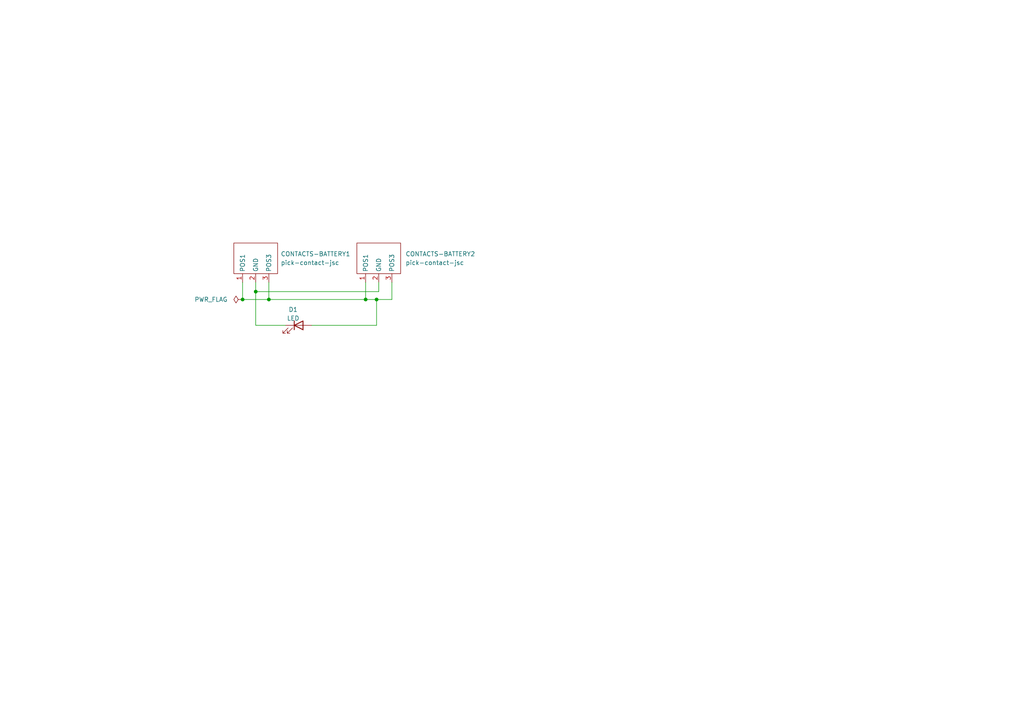
<source format=kicad_sch>
(kicad_sch (version 20230121) (generator eeschema)
  (paper "A4")
  (lib_symbols
    (symbol "Device:LED" (pin_numbers hide) (pin_names (offset 1.016) hide)
      (property "Reference" "D" (at 0 2.54 0))
      (property "Value" "LED" (at 0 -2.54 0))
      (symbol "LED_0_1"
        (polyline (pts (xy -1.27 -1.27) (xy -1.27 1.27)) (stroke (width 0.254)))
        (polyline (pts (xy -1.27 0) (xy 1.27 0)))
        (polyline (pts (xy 1.27 -1.27) (xy 1.27 1.27) (xy -1.27 0) (xy 1.27 -1.27)) (stroke (width 0.254)))
        (polyline (pts (xy -3.048 -0.762) (xy -4.572 -2.286) (xy -3.81 -2.286) (xy -4.572 -2.286) (xy -4.572 -1.524)))
        (polyline (pts (xy -1.778 -0.762) (xy -3.302 -2.286) (xy -2.54 -2.286) (xy -3.302 -2.286) (xy -3.302 -1.524)))
      )
      (symbol "LED_1_1"
        (pin passive line (at -3.81 0 0) (length 2.54) (name "K") (number "1"))
        (pin passive line (at 3.81 0 180) (length 2.54) (name "A") (number "2"))
      )
    )
    (symbol "JCC:pick-contact-jsc"
      (property "Reference" "CONTACTS-BATTERY" (at 8.509 3.1751 0))
      (property "Value" "pick-contact-jsc" (at 8.509 0.6351 0))
      (symbol "pick-contact-jsc_0_1"
        (rectangle (start -5.08 6.35) (end 7.62 -2.54))
      )
      (symbol "pick-contact-jsc_1_1"
        (pin input line (at -2.54 -5.08 90) (length 2.54) (name "POS1") (number "1"))
        (pin input line (at 1.27 -5.08 90) (length 2.54) (name "GND") (number "2"))
        (pin input line (at 5.08 -5.08 90) (length 2.54) (name "POS3") (number "3"))
      )
    )
    (symbol "power:PWR_FLAG" (power) (pin_numbers hide) (pin_names (offset 0) hide)
      (property "Value" "PWR_FLAG" (at 0 3.81 0))
      (symbol "PWR_FLAG_0_0"
        (pin power_out line (at 0 0 90) (length 0) (name "pwr") (number "1"))
      )
      (symbol "PWR_FLAG_0_1"
        (polyline (pts (xy 0 0) (xy 0 1.27) (xy -1.016 1.905) (xy 0 2.54) (xy 1.016 1.905) (xy 0 1.27)))
      )
    )
  )
  (junction (at 106.045 86.868))
  (junction (at 77.978 86.868))
  (junction (at 70.358 86.868))
  (junction (at 109.22 86.868))
  (junction (at 74.168 84.582))
  (wire (pts (xy 113.665 86.868) (xy 113.665 81.915)))
  (wire (pts (xy 77.978 86.868) (xy 70.358 86.868)))
  (wire (pts (xy 70.358 86.868) (xy 70.358 81.915)))
  (wire (pts (xy 74.168 84.582) (xy 109.855 84.582)))
  (wire (pts (xy 109.22 86.868) (xy 106.045 86.868)))
  (wire (pts (xy 77.978 86.868) (xy 77.978 81.915)))
  (wire (pts (xy 109.855 84.582) (xy 109.855 81.915)))
  (wire (pts (xy 90.424 94.361) (xy 109.22 94.361)))
  (wire (pts (xy 109.22 94.361) (xy 109.22 86.868)))
  (wire (pts (xy 106.045 86.868) (xy 77.978 86.868)))
  (wire (pts (xy 82.804 94.361) (xy 74.168 94.361)))
  (wire (pts (xy 106.045 86.868) (xy 106.045 81.915)))
  (wire (pts (xy 109.22 86.868) (xy 113.665 86.868)))
  (wire (pts (xy 74.168 84.582) (xy 74.168 94.361)))
  (wire (pts (xy 74.168 81.915) (xy 74.168 84.582)))
  (symbol (lib_id "JCC:pick-contact-jsc") (at 108.585 76.835 0) (unit 1)
    (property "Reference" "CONTACTS-BATTERY2" (at 117.602 73.6599 0) (effects (justify left)))
    (property "Value" "pick-contact-jsc" (at 117.602 76.1999 0) (effects (justify left)))
    (property "Footprint" "JCC:pick-battery-jsc" (effects hide))
  )
  (symbol (lib_id "Device:LED") (at 86.614 94.361 0) (unit 1)
    (property "Reference" "D1" (at 85.0265 89.789 0))
    (property "Value" "LED" (at 85.0265 92.329 0))
    (property "Footprint" "JCC:led-wrap-jsc" (effects hide))
  )
  (symbol (lib_id "JCC:pick-contact-jsc") (at 72.898 76.835 0) (unit 1)
    (property "Reference" "CONTACTS-BATTERY1" (at 81.407 73.6599 0) (effects (justify left)))
    (property "Value" "pick-contact-jsc" (at 81.407 76.1999 0) (effects (justify left)))
    (property "Footprint" "JCC:pick-battery-jsc" (effects hide))
  )
  (symbol (lib_id "power:PWR_FLAG") (at 70.358 86.868 90) (unit 1)
    (property "Reference" "#FLG0101" (effects hide))
    (property "Value" "PWR_FLAG" (at 66.04 86.8679 90) (effects (justify left)))
  )
)
</source>
